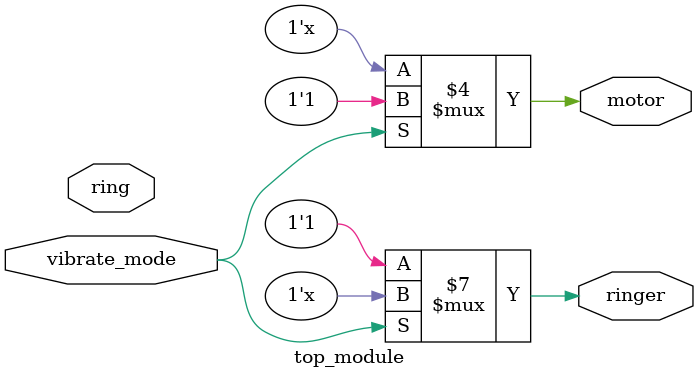
<source format=sv>
module top_module(
	input ring, 
	input vibrate_mode,
	output ringer,
	output motor
);
	always @(*) begin
		if (vibrate_mode == 1'b1)
			motor = 1'b1;
		else
			ringer = 1'b1;
	end
endmodule

</source>
